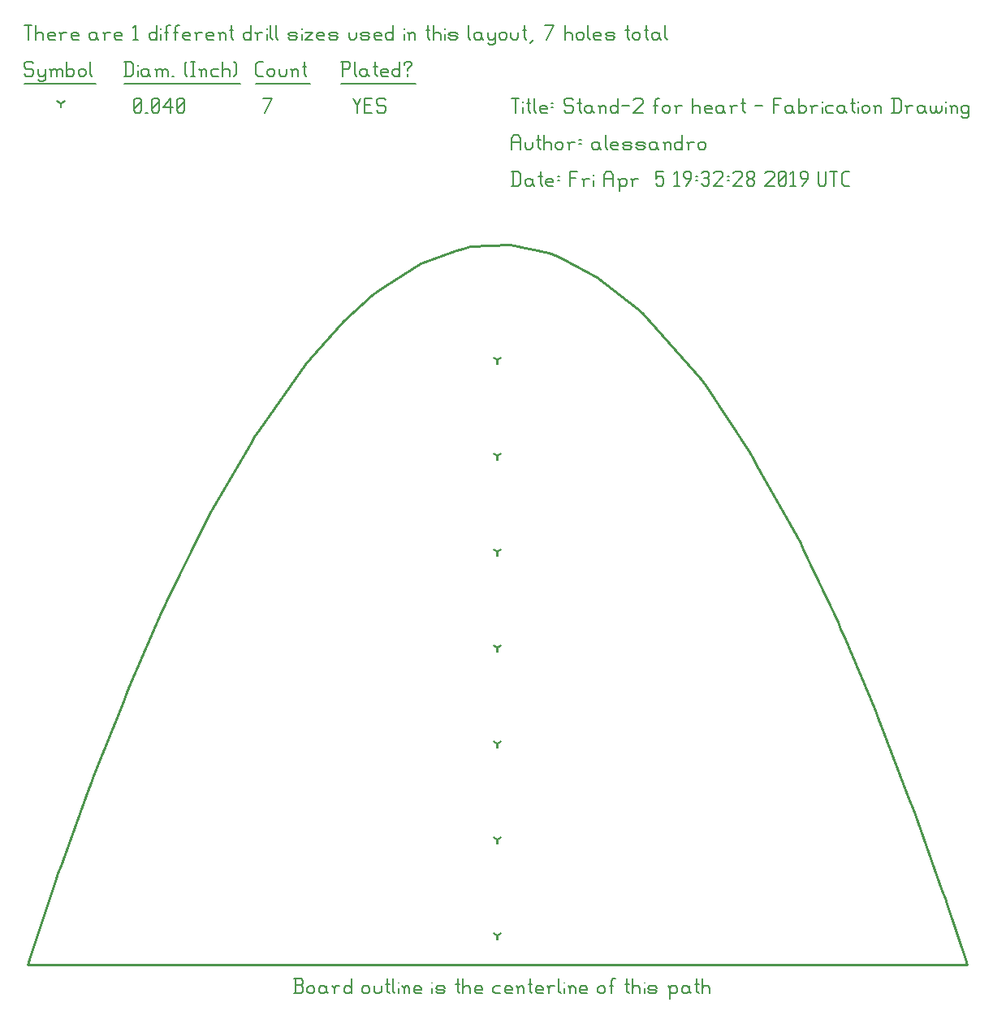
<source format=gbr>
G04 start of page 8 for group -3984 idx -3984 *
G04 Title: Stand-2 for heart, fab *
G04 Creator: pcb 4.0.2 *
G04 CreationDate: Fri Apr  5 19:32:28 2019 UTC *
G04 For: alez *
G04 Format: Gerber/RS-274X *
G04 PCB-Dimensions (mil): 3937.01 2992.13 *
G04 PCB-Coordinate-Origin: lower left *
%MOIN*%
%FSLAX25Y25*%
%LNFAB*%
%ADD26C,0.0100*%
%ADD25C,0.0075*%
%ADD24C,0.0060*%
%ADD23C,0.0001*%
%ADD22R,0.0080X0.0080*%
G54D22*X194092Y250415D02*Y248815D01*
G54D23*G36*
X193546Y250562D02*X195626Y251761D01*
X196025Y251068D01*
X193946Y249869D01*
X193546Y250562D01*
G37*
G36*
X194239Y249869D02*X192159Y251068D01*
X192559Y251761D01*
X194639Y250562D01*
X194239Y249869D01*
G37*
G54D22*X194092Y211045D02*Y209445D01*
G54D23*G36*
X193546Y211191D02*X195626Y212391D01*
X196025Y211698D01*
X193946Y210499D01*
X193546Y211191D01*
G37*
G36*
X194239Y210499D02*X192159Y211698D01*
X192559Y212391D01*
X194639Y211191D01*
X194239Y210499D01*
G37*
G54D22*X194092Y171675D02*Y170075D01*
G54D23*G36*
X193546Y171821D02*X195626Y173021D01*
X196025Y172328D01*
X193946Y171128D01*
X193546Y171821D01*
G37*
G36*
X194239Y171128D02*X192159Y172328D01*
X192559Y173021D01*
X194639Y171821D01*
X194239Y171128D01*
G37*
G54D22*X194092Y132305D02*Y130705D01*
G54D23*G36*
X193546Y132451D02*X195626Y133651D01*
X196025Y132958D01*
X193946Y131758D01*
X193546Y132451D01*
G37*
G36*
X194239Y131758D02*X192159Y132958D01*
X192559Y133651D01*
X194639Y132451D01*
X194239Y131758D01*
G37*
G54D22*X194092Y92935D02*Y91335D01*
G54D23*G36*
X193546Y93081D02*X195626Y94281D01*
X196025Y93588D01*
X193946Y92388D01*
X193546Y93081D01*
G37*
G36*
X194239Y92388D02*X192159Y93588D01*
X192559Y94281D01*
X194639Y93081D01*
X194239Y92388D01*
G37*
G54D22*X194092Y53565D02*Y51965D01*
G54D23*G36*
X193546Y53711D02*X195626Y54911D01*
X196025Y54218D01*
X193946Y53018D01*
X193546Y53711D01*
G37*
G36*
X194239Y53018D02*X192159Y54218D01*
X192559Y54911D01*
X194639Y53711D01*
X194239Y53018D01*
G37*
G54D22*X194092Y14194D02*Y12594D01*
G54D23*G36*
X193546Y14341D02*X195626Y15541D01*
X196025Y14848D01*
X193946Y13648D01*
X193546Y14341D01*
G37*
G36*
X194239Y13648D02*X192159Y14848D01*
X192559Y15541D01*
X194639Y14341D01*
X194239Y13648D01*
G37*
G54D22*X15000Y355463D02*Y353863D01*
G54D23*G36*
X14454Y355609D02*X16533Y356809D01*
X16933Y356116D01*
X14853Y354916D01*
X14454Y355609D01*
G37*
G36*
X15147Y354916D02*X13067Y356116D01*
X13467Y356809D01*
X15546Y355609D01*
X15147Y354916D01*
G37*
G54D24*X135000Y357713D02*X136500Y354713D01*
X138000Y357713D01*
X136500Y354713D02*Y351713D01*
X139800Y355013D02*X142050D01*
X139800Y351713D02*X142800D01*
X139800Y357713D02*Y351713D01*
Y357713D02*X142800D01*
X147600D02*X148350Y356963D01*
X145350Y357713D02*X147600D01*
X144600Y356963D02*X145350Y357713D01*
X144600Y356963D02*Y355463D01*
X145350Y354713D01*
X147600D01*
X148350Y353963D01*
Y352463D01*
X147600Y351713D02*X148350Y352463D01*
X145350Y351713D02*X147600D01*
X144600Y352463D02*X145350Y351713D01*
X98750D02*X101750Y357713D01*
X98000D02*X101750D01*
X45000Y352463D02*X45750Y351713D01*
X45000Y356963D02*Y352463D01*
Y356963D02*X45750Y357713D01*
X47250D01*
X48000Y356963D01*
Y352463D01*
X47250Y351713D02*X48000Y352463D01*
X45750Y351713D02*X47250D01*
X45000Y353213D02*X48000Y356213D01*
X49800Y351713D02*X50550D01*
X52350Y352463D02*X53100Y351713D01*
X52350Y356963D02*Y352463D01*
Y356963D02*X53100Y357713D01*
X54600D01*
X55350Y356963D01*
Y352463D01*
X54600Y351713D02*X55350Y352463D01*
X53100Y351713D02*X54600D01*
X52350Y353213D02*X55350Y356213D01*
X57150Y353963D02*X60150Y357713D01*
X57150Y353963D02*X60900D01*
X60150Y357713D02*Y351713D01*
X62700Y352463D02*X63450Y351713D01*
X62700Y356963D02*Y352463D01*
Y356963D02*X63450Y357713D01*
X64950D01*
X65700Y356963D01*
Y352463D01*
X64950Y351713D02*X65700Y352463D01*
X63450Y351713D02*X64950D01*
X62700Y353213D02*X65700Y356213D01*
X3000Y372713D02*X3750Y371963D01*
X750Y372713D02*X3000D01*
X0Y371963D02*X750Y372713D01*
X0Y371963D02*Y370463D01*
X750Y369713D01*
X3000D01*
X3750Y368963D01*
Y367463D01*
X3000Y366713D02*X3750Y367463D01*
X750Y366713D02*X3000D01*
X0Y367463D02*X750Y366713D01*
X5550Y369713D02*Y367463D01*
X6300Y366713D01*
X8550Y369713D02*Y365213D01*
X7800Y364463D02*X8550Y365213D01*
X6300Y364463D02*X7800D01*
X5550Y365213D02*X6300Y364463D01*
Y366713D02*X7800D01*
X8550Y367463D01*
X11100Y368963D02*Y366713D01*
Y368963D02*X11850Y369713D01*
X12600D01*
X13350Y368963D01*
Y366713D01*
Y368963D02*X14100Y369713D01*
X14850D01*
X15600Y368963D01*
Y366713D01*
X10350Y369713D02*X11100Y368963D01*
X17400Y372713D02*Y366713D01*
Y367463D02*X18150Y366713D01*
X19650D01*
X20400Y367463D01*
Y368963D02*Y367463D01*
X19650Y369713D02*X20400Y368963D01*
X18150Y369713D02*X19650D01*
X17400Y368963D02*X18150Y369713D01*
X22200Y368963D02*Y367463D01*
Y368963D02*X22950Y369713D01*
X24450D01*
X25200Y368963D01*
Y367463D01*
X24450Y366713D02*X25200Y367463D01*
X22950Y366713D02*X24450D01*
X22200Y367463D02*X22950Y366713D01*
X27000Y372713D02*Y367463D01*
X27750Y366713D01*
X0Y363463D02*X29250D01*
X41750Y372713D02*Y366713D01*
X43700Y372713D02*X44750Y371663D01*
Y367763D01*
X43700Y366713D02*X44750Y367763D01*
X41000Y366713D02*X43700D01*
X41000Y372713D02*X43700D01*
G54D25*X46550Y371213D02*Y371063D01*
G54D24*Y368963D02*Y366713D01*
X50300Y369713D02*X51050Y368963D01*
X48800Y369713D02*X50300D01*
X48050Y368963D02*X48800Y369713D01*
X48050Y368963D02*Y367463D01*
X48800Y366713D01*
X51050Y369713D02*Y367463D01*
X51800Y366713D01*
X48800D02*X50300D01*
X51050Y367463D01*
X54350Y368963D02*Y366713D01*
Y368963D02*X55100Y369713D01*
X55850D01*
X56600Y368963D01*
Y366713D01*
Y368963D02*X57350Y369713D01*
X58100D01*
X58850Y368963D01*
Y366713D01*
X53600Y369713D02*X54350Y368963D01*
X60650Y366713D02*X61400D01*
X65900Y367463D02*X66650Y366713D01*
X65900Y371963D02*X66650Y372713D01*
X65900Y371963D02*Y367463D01*
X68450Y372713D02*X69950D01*
X69200D02*Y366713D01*
X68450D02*X69950D01*
X72500Y368963D02*Y366713D01*
Y368963D02*X73250Y369713D01*
X74000D01*
X74750Y368963D01*
Y366713D01*
X71750Y369713D02*X72500Y368963D01*
X77300Y369713D02*X79550D01*
X76550Y368963D02*X77300Y369713D01*
X76550Y368963D02*Y367463D01*
X77300Y366713D01*
X79550D01*
X81350Y372713D02*Y366713D01*
Y368963D02*X82100Y369713D01*
X83600D01*
X84350Y368963D01*
Y366713D01*
X86150Y372713D02*X86900Y371963D01*
Y367463D01*
X86150Y366713D02*X86900Y367463D01*
X41000Y363463D02*X88700D01*
X96050Y366713D02*X98000D01*
X95000Y367763D02*X96050Y366713D01*
X95000Y371663D02*Y367763D01*
Y371663D02*X96050Y372713D01*
X98000D01*
X99800Y368963D02*Y367463D01*
Y368963D02*X100550Y369713D01*
X102050D01*
X102800Y368963D01*
Y367463D01*
X102050Y366713D02*X102800Y367463D01*
X100550Y366713D02*X102050D01*
X99800Y367463D02*X100550Y366713D01*
X104600Y369713D02*Y367463D01*
X105350Y366713D01*
X106850D01*
X107600Y367463D01*
Y369713D02*Y367463D01*
X110150Y368963D02*Y366713D01*
Y368963D02*X110900Y369713D01*
X111650D01*
X112400Y368963D01*
Y366713D01*
X109400Y369713D02*X110150Y368963D01*
X114950Y372713D02*Y367463D01*
X115700Y366713D01*
X114200Y370463D02*X115700D01*
X95000Y363463D02*X117200D01*
X130750Y372713D02*Y366713D01*
X130000Y372713D02*X133000D01*
X133750Y371963D01*
Y370463D01*
X133000Y369713D02*X133750Y370463D01*
X130750Y369713D02*X133000D01*
X135550Y372713D02*Y367463D01*
X136300Y366713D01*
X140050Y369713D02*X140800Y368963D01*
X138550Y369713D02*X140050D01*
X137800Y368963D02*X138550Y369713D01*
X137800Y368963D02*Y367463D01*
X138550Y366713D01*
X140800Y369713D02*Y367463D01*
X141550Y366713D01*
X138550D02*X140050D01*
X140800Y367463D01*
X144100Y372713D02*Y367463D01*
X144850Y366713D01*
X143350Y370463D02*X144850D01*
X147100Y366713D02*X149350D01*
X146350Y367463D02*X147100Y366713D01*
X146350Y368963D02*Y367463D01*
Y368963D02*X147100Y369713D01*
X148600D01*
X149350Y368963D01*
X146350Y368213D02*X149350D01*
Y368963D02*Y368213D01*
X154150Y372713D02*Y366713D01*
X153400D02*X154150Y367463D01*
X151900Y366713D02*X153400D01*
X151150Y367463D02*X151900Y366713D01*
X151150Y368963D02*Y367463D01*
Y368963D02*X151900Y369713D01*
X153400D01*
X154150Y368963D01*
X157450Y369713D02*Y368963D01*
Y367463D02*Y366713D01*
X155950Y371963D02*Y371213D01*
Y371963D02*X156700Y372713D01*
X158200D01*
X158950Y371963D01*
Y371213D01*
X157450Y369713D02*X158950Y371213D01*
X130000Y363463D02*X160750D01*
X0Y387713D02*X3000D01*
X1500D02*Y381713D01*
X4800Y387713D02*Y381713D01*
Y383963D02*X5550Y384713D01*
X7050D01*
X7800Y383963D01*
Y381713D01*
X10350D02*X12600D01*
X9600Y382463D02*X10350Y381713D01*
X9600Y383963D02*Y382463D01*
Y383963D02*X10350Y384713D01*
X11850D01*
X12600Y383963D01*
X9600Y383213D02*X12600D01*
Y383963D02*Y383213D01*
X15150Y383963D02*Y381713D01*
Y383963D02*X15900Y384713D01*
X17400D01*
X14400D02*X15150Y383963D01*
X19950Y381713D02*X22200D01*
X19200Y382463D02*X19950Y381713D01*
X19200Y383963D02*Y382463D01*
Y383963D02*X19950Y384713D01*
X21450D01*
X22200Y383963D01*
X19200Y383213D02*X22200D01*
Y383963D02*Y383213D01*
X28950Y384713D02*X29700Y383963D01*
X27450Y384713D02*X28950D01*
X26700Y383963D02*X27450Y384713D01*
X26700Y383963D02*Y382463D01*
X27450Y381713D01*
X29700Y384713D02*Y382463D01*
X30450Y381713D01*
X27450D02*X28950D01*
X29700Y382463D01*
X33000Y383963D02*Y381713D01*
Y383963D02*X33750Y384713D01*
X35250D01*
X32250D02*X33000Y383963D01*
X37800Y381713D02*X40050D01*
X37050Y382463D02*X37800Y381713D01*
X37050Y383963D02*Y382463D01*
Y383963D02*X37800Y384713D01*
X39300D01*
X40050Y383963D01*
X37050Y383213D02*X40050D01*
Y383963D02*Y383213D01*
X44550Y386513D02*X45750Y387713D01*
Y381713D01*
X44550D02*X46800D01*
X54300Y387713D02*Y381713D01*
X53550D02*X54300Y382463D01*
X52050Y381713D02*X53550D01*
X51300Y382463D02*X52050Y381713D01*
X51300Y383963D02*Y382463D01*
Y383963D02*X52050Y384713D01*
X53550D01*
X54300Y383963D01*
G54D25*X56100Y386213D02*Y386063D01*
G54D24*Y383963D02*Y381713D01*
X58350Y386963D02*Y381713D01*
Y386963D02*X59100Y387713D01*
X59850D01*
X57600Y384713D02*X59100D01*
X62100Y386963D02*Y381713D01*
Y386963D02*X62850Y387713D01*
X63600D01*
X61350Y384713D02*X62850D01*
X65850Y381713D02*X68100D01*
X65100Y382463D02*X65850Y381713D01*
X65100Y383963D02*Y382463D01*
Y383963D02*X65850Y384713D01*
X67350D01*
X68100Y383963D01*
X65100Y383213D02*X68100D01*
Y383963D02*Y383213D01*
X70650Y383963D02*Y381713D01*
Y383963D02*X71400Y384713D01*
X72900D01*
X69900D02*X70650Y383963D01*
X75450Y381713D02*X77700D01*
X74700Y382463D02*X75450Y381713D01*
X74700Y383963D02*Y382463D01*
Y383963D02*X75450Y384713D01*
X76950D01*
X77700Y383963D01*
X74700Y383213D02*X77700D01*
Y383963D02*Y383213D01*
X80250Y383963D02*Y381713D01*
Y383963D02*X81000Y384713D01*
X81750D01*
X82500Y383963D01*
Y381713D01*
X79500Y384713D02*X80250Y383963D01*
X85050Y387713D02*Y382463D01*
X85800Y381713D01*
X84300Y385463D02*X85800D01*
X93000Y387713D02*Y381713D01*
X92250D02*X93000Y382463D01*
X90750Y381713D02*X92250D01*
X90000Y382463D02*X90750Y381713D01*
X90000Y383963D02*Y382463D01*
Y383963D02*X90750Y384713D01*
X92250D01*
X93000Y383963D01*
X95550D02*Y381713D01*
Y383963D02*X96300Y384713D01*
X97800D01*
X94800D02*X95550Y383963D01*
G54D25*X99600Y386213D02*Y386063D01*
G54D24*Y383963D02*Y381713D01*
X101100Y387713D02*Y382463D01*
X101850Y381713D01*
X103350Y387713D02*Y382463D01*
X104100Y381713D01*
X109050D02*X111300D01*
X112050Y382463D01*
X111300Y383213D02*X112050Y382463D01*
X109050Y383213D02*X111300D01*
X108300Y383963D02*X109050Y383213D01*
X108300Y383963D02*X109050Y384713D01*
X111300D01*
X112050Y383963D01*
X108300Y382463D02*X109050Y381713D01*
G54D25*X113850Y386213D02*Y386063D01*
G54D24*Y383963D02*Y381713D01*
X115350Y384713D02*X118350D01*
X115350Y381713D02*X118350Y384713D01*
X115350Y381713D02*X118350D01*
X120900D02*X123150D01*
X120150Y382463D02*X120900Y381713D01*
X120150Y383963D02*Y382463D01*
Y383963D02*X120900Y384713D01*
X122400D01*
X123150Y383963D01*
X120150Y383213D02*X123150D01*
Y383963D02*Y383213D01*
X125700Y381713D02*X127950D01*
X128700Y382463D01*
X127950Y383213D02*X128700Y382463D01*
X125700Y383213D02*X127950D01*
X124950Y383963D02*X125700Y383213D01*
X124950Y383963D02*X125700Y384713D01*
X127950D01*
X128700Y383963D01*
X124950Y382463D02*X125700Y381713D01*
X133200Y384713D02*Y382463D01*
X133950Y381713D01*
X135450D01*
X136200Y382463D01*
Y384713D02*Y382463D01*
X138750Y381713D02*X141000D01*
X141750Y382463D01*
X141000Y383213D02*X141750Y382463D01*
X138750Y383213D02*X141000D01*
X138000Y383963D02*X138750Y383213D01*
X138000Y383963D02*X138750Y384713D01*
X141000D01*
X141750Y383963D01*
X138000Y382463D02*X138750Y381713D01*
X144300D02*X146550D01*
X143550Y382463D02*X144300Y381713D01*
X143550Y383963D02*Y382463D01*
Y383963D02*X144300Y384713D01*
X145800D01*
X146550Y383963D01*
X143550Y383213D02*X146550D01*
Y383963D02*Y383213D01*
X151350Y387713D02*Y381713D01*
X150600D02*X151350Y382463D01*
X149100Y381713D02*X150600D01*
X148350Y382463D02*X149100Y381713D01*
X148350Y383963D02*Y382463D01*
Y383963D02*X149100Y384713D01*
X150600D01*
X151350Y383963D01*
G54D25*X155850Y386213D02*Y386063D01*
G54D24*Y383963D02*Y381713D01*
X158100Y383963D02*Y381713D01*
Y383963D02*X158850Y384713D01*
X159600D01*
X160350Y383963D01*
Y381713D01*
X157350Y384713D02*X158100Y383963D01*
X165600Y387713D02*Y382463D01*
X166350Y381713D01*
X164850Y385463D02*X166350D01*
X167850Y387713D02*Y381713D01*
Y383963D02*X168600Y384713D01*
X170100D01*
X170850Y383963D01*
Y381713D01*
G54D25*X172650Y386213D02*Y386063D01*
G54D24*Y383963D02*Y381713D01*
X174900D02*X177150D01*
X177900Y382463D01*
X177150Y383213D02*X177900Y382463D01*
X174900Y383213D02*X177150D01*
X174150Y383963D02*X174900Y383213D01*
X174150Y383963D02*X174900Y384713D01*
X177150D01*
X177900Y383963D01*
X174150Y382463D02*X174900Y381713D01*
X182400Y387713D02*Y382463D01*
X183150Y381713D01*
X186900Y384713D02*X187650Y383963D01*
X185400Y384713D02*X186900D01*
X184650Y383963D02*X185400Y384713D01*
X184650Y383963D02*Y382463D01*
X185400Y381713D01*
X187650Y384713D02*Y382463D01*
X188400Y381713D01*
X185400D02*X186900D01*
X187650Y382463D01*
X190200Y384713D02*Y382463D01*
X190950Y381713D01*
X193200Y384713D02*Y380213D01*
X192450Y379463D02*X193200Y380213D01*
X190950Y379463D02*X192450D01*
X190200Y380213D02*X190950Y379463D01*
Y381713D02*X192450D01*
X193200Y382463D01*
X195000Y383963D02*Y382463D01*
Y383963D02*X195750Y384713D01*
X197250D01*
X198000Y383963D01*
Y382463D01*
X197250Y381713D02*X198000Y382463D01*
X195750Y381713D02*X197250D01*
X195000Y382463D02*X195750Y381713D01*
X199800Y384713D02*Y382463D01*
X200550Y381713D01*
X202050D01*
X202800Y382463D01*
Y384713D02*Y382463D01*
X205350Y387713D02*Y382463D01*
X206100Y381713D01*
X204600Y385463D02*X206100D01*
X207600Y380213D02*X209100Y381713D01*
X214350D02*X217350Y387713D01*
X213600D02*X217350D01*
X221850D02*Y381713D01*
Y383963D02*X222600Y384713D01*
X224100D01*
X224850Y383963D01*
Y381713D01*
X226650Y383963D02*Y382463D01*
Y383963D02*X227400Y384713D01*
X228900D01*
X229650Y383963D01*
Y382463D01*
X228900Y381713D02*X229650Y382463D01*
X227400Y381713D02*X228900D01*
X226650Y382463D02*X227400Y381713D01*
X231450Y387713D02*Y382463D01*
X232200Y381713D01*
X234450D02*X236700D01*
X233700Y382463D02*X234450Y381713D01*
X233700Y383963D02*Y382463D01*
Y383963D02*X234450Y384713D01*
X235950D01*
X236700Y383963D01*
X233700Y383213D02*X236700D01*
Y383963D02*Y383213D01*
X239250Y381713D02*X241500D01*
X242250Y382463D01*
X241500Y383213D02*X242250Y382463D01*
X239250Y383213D02*X241500D01*
X238500Y383963D02*X239250Y383213D01*
X238500Y383963D02*X239250Y384713D01*
X241500D01*
X242250Y383963D01*
X238500Y382463D02*X239250Y381713D01*
X247500Y387713D02*Y382463D01*
X248250Y381713D01*
X246750Y385463D02*X248250D01*
X249750Y383963D02*Y382463D01*
Y383963D02*X250500Y384713D01*
X252000D01*
X252750Y383963D01*
Y382463D01*
X252000Y381713D02*X252750Y382463D01*
X250500Y381713D02*X252000D01*
X249750Y382463D02*X250500Y381713D01*
X255300Y387713D02*Y382463D01*
X256050Y381713D01*
X254550Y385463D02*X256050D01*
X259800Y384713D02*X260550Y383963D01*
X258300Y384713D02*X259800D01*
X257550Y383963D02*X258300Y384713D01*
X257550Y383963D02*Y382463D01*
X258300Y381713D01*
X260550Y384713D02*Y382463D01*
X261300Y381713D01*
X258300D02*X259800D01*
X260550Y382463D01*
X263100Y387713D02*Y382463D01*
X263850Y381713D01*
G54D26*X1179Y2383D02*X387006D01*
X1179D02*X2360Y5533D01*
X12596Y36635D01*
X13777Y39785D01*
X14959Y42935D01*
X25982Y73644D01*
X27163Y76793D01*
X28344Y79943D01*
X40549Y110257D01*
X41730Y113407D01*
X42911Y116557D01*
X55903Y146478D01*
X57478Y149233D01*
X58659Y152383D01*
X73226Y181911D01*
X74801Y184667D01*
X76376Y187817D01*
X92911Y216163D01*
X94486Y218919D01*
X96455Y221675D01*
X115352Y248447D01*
X117321Y250809D01*
X119683Y253565D01*
X131100Y266163D01*
X142518Y276793D01*
X144880Y278762D01*
X148029Y280730D01*
X162596Y289785D01*
X177163Y295297D01*
X179919Y296085D01*
X183069Y296872D01*
X199210Y297659D01*
X215352Y294116D01*
X218502Y292935D01*
X221258Y291754D01*
X235037Y284274D01*
X248423Y274037D01*
X251179Y271675D01*
X253541Y269707D01*
X275195Y245297D01*
X277557Y242541D01*
X279525Y239785D01*
X297636Y212620D01*
X299210Y209470D01*
X300785Y207108D01*
X316927Y178368D01*
X318502Y175218D01*
X319683Y172463D01*
X333856Y142935D01*
X335037Y139785D01*
X336612Y136635D01*
X349210Y106714D01*
X350392Y103565D01*
X351573Y100415D01*
X363384Y69707D01*
X364565Y66557D01*
X365746Y63801D01*
X376770Y32698D01*
X377951Y29548D01*
X378738Y27187D01*
X386218Y4746D01*
X387006Y2383D01*
G54D24*X110525Y-9500D02*X113525D01*
X114275Y-8750D01*
Y-6950D02*Y-8750D01*
X113525Y-6200D02*X114275Y-6950D01*
X111275Y-6200D02*X113525D01*
X111275Y-3500D02*Y-9500D01*
X110525Y-3500D02*X113525D01*
X114275Y-4250D01*
Y-5450D01*
X113525Y-6200D02*X114275Y-5450D01*
X116075Y-7250D02*Y-8750D01*
Y-7250D02*X116825Y-6500D01*
X118325D01*
X119075Y-7250D01*
Y-8750D01*
X118325Y-9500D02*X119075Y-8750D01*
X116825Y-9500D02*X118325D01*
X116075Y-8750D02*X116825Y-9500D01*
X123125Y-6500D02*X123875Y-7250D01*
X121625Y-6500D02*X123125D01*
X120875Y-7250D02*X121625Y-6500D01*
X120875Y-7250D02*Y-8750D01*
X121625Y-9500D01*
X123875Y-6500D02*Y-8750D01*
X124625Y-9500D01*
X121625D02*X123125D01*
X123875Y-8750D01*
X127175Y-7250D02*Y-9500D01*
Y-7250D02*X127925Y-6500D01*
X129425D01*
X126425D02*X127175Y-7250D01*
X134225Y-3500D02*Y-9500D01*
X133475D02*X134225Y-8750D01*
X131975Y-9500D02*X133475D01*
X131225Y-8750D02*X131975Y-9500D01*
X131225Y-7250D02*Y-8750D01*
Y-7250D02*X131975Y-6500D01*
X133475D01*
X134225Y-7250D01*
X138725D02*Y-8750D01*
Y-7250D02*X139475Y-6500D01*
X140975D01*
X141725Y-7250D01*
Y-8750D01*
X140975Y-9500D02*X141725Y-8750D01*
X139475Y-9500D02*X140975D01*
X138725Y-8750D02*X139475Y-9500D01*
X143525Y-6500D02*Y-8750D01*
X144275Y-9500D01*
X145775D01*
X146525Y-8750D01*
Y-6500D02*Y-8750D01*
X149075Y-3500D02*Y-8750D01*
X149825Y-9500D01*
X148325Y-5750D02*X149825D01*
X151325Y-3500D02*Y-8750D01*
X152075Y-9500D01*
G54D25*X153575Y-5000D02*Y-5150D01*
G54D24*Y-7250D02*Y-9500D01*
X155825Y-7250D02*Y-9500D01*
Y-7250D02*X156575Y-6500D01*
X157325D01*
X158075Y-7250D01*
Y-9500D01*
X155075Y-6500D02*X155825Y-7250D01*
X160625Y-9500D02*X162875D01*
X159875Y-8750D02*X160625Y-9500D01*
X159875Y-7250D02*Y-8750D01*
Y-7250D02*X160625Y-6500D01*
X162125D01*
X162875Y-7250D01*
X159875Y-8000D02*X162875D01*
Y-7250D02*Y-8000D01*
G54D25*X167375Y-5000D02*Y-5150D01*
G54D24*Y-7250D02*Y-9500D01*
X169625D02*X171875D01*
X172625Y-8750D01*
X171875Y-8000D02*X172625Y-8750D01*
X169625Y-8000D02*X171875D01*
X168875Y-7250D02*X169625Y-8000D01*
X168875Y-7250D02*X169625Y-6500D01*
X171875D01*
X172625Y-7250D01*
X168875Y-8750D02*X169625Y-9500D01*
X177875Y-3500D02*Y-8750D01*
X178625Y-9500D01*
X177125Y-5750D02*X178625D01*
X180125Y-3500D02*Y-9500D01*
Y-7250D02*X180875Y-6500D01*
X182375D01*
X183125Y-7250D01*
Y-9500D01*
X185675D02*X187925D01*
X184925Y-8750D02*X185675Y-9500D01*
X184925Y-7250D02*Y-8750D01*
Y-7250D02*X185675Y-6500D01*
X187175D01*
X187925Y-7250D01*
X184925Y-8000D02*X187925D01*
Y-7250D02*Y-8000D01*
X193175Y-6500D02*X195425D01*
X192425Y-7250D02*X193175Y-6500D01*
X192425Y-7250D02*Y-8750D01*
X193175Y-9500D01*
X195425D01*
X197975D02*X200225D01*
X197225Y-8750D02*X197975Y-9500D01*
X197225Y-7250D02*Y-8750D01*
Y-7250D02*X197975Y-6500D01*
X199475D01*
X200225Y-7250D01*
X197225Y-8000D02*X200225D01*
Y-7250D02*Y-8000D01*
X202775Y-7250D02*Y-9500D01*
Y-7250D02*X203525Y-6500D01*
X204275D01*
X205025Y-7250D01*
Y-9500D01*
X202025Y-6500D02*X202775Y-7250D01*
X207575Y-3500D02*Y-8750D01*
X208325Y-9500D01*
X206825Y-5750D02*X208325D01*
X210575Y-9500D02*X212825D01*
X209825Y-8750D02*X210575Y-9500D01*
X209825Y-7250D02*Y-8750D01*
Y-7250D02*X210575Y-6500D01*
X212075D01*
X212825Y-7250D01*
X209825Y-8000D02*X212825D01*
Y-7250D02*Y-8000D01*
X215375Y-7250D02*Y-9500D01*
Y-7250D02*X216125Y-6500D01*
X217625D01*
X214625D02*X215375Y-7250D01*
X219425Y-3500D02*Y-8750D01*
X220175Y-9500D01*
G54D25*X221675Y-5000D02*Y-5150D01*
G54D24*Y-7250D02*Y-9500D01*
X223925Y-7250D02*Y-9500D01*
Y-7250D02*X224675Y-6500D01*
X225425D01*
X226175Y-7250D01*
Y-9500D01*
X223175Y-6500D02*X223925Y-7250D01*
X228725Y-9500D02*X230975D01*
X227975Y-8750D02*X228725Y-9500D01*
X227975Y-7250D02*Y-8750D01*
Y-7250D02*X228725Y-6500D01*
X230225D01*
X230975Y-7250D01*
X227975Y-8000D02*X230975D01*
Y-7250D02*Y-8000D01*
X235475Y-7250D02*Y-8750D01*
Y-7250D02*X236225Y-6500D01*
X237725D01*
X238475Y-7250D01*
Y-8750D01*
X237725Y-9500D02*X238475Y-8750D01*
X236225Y-9500D02*X237725D01*
X235475Y-8750D02*X236225Y-9500D01*
X241025Y-4250D02*Y-9500D01*
Y-4250D02*X241775Y-3500D01*
X242525D01*
X240275Y-6500D02*X241775D01*
X247475Y-3500D02*Y-8750D01*
X248225Y-9500D01*
X246725Y-5750D02*X248225D01*
X249725Y-3500D02*Y-9500D01*
Y-7250D02*X250475Y-6500D01*
X251975D01*
X252725Y-7250D01*
Y-9500D01*
G54D25*X254525Y-5000D02*Y-5150D01*
G54D24*Y-7250D02*Y-9500D01*
X256775D02*X259025D01*
X259775Y-8750D01*
X259025Y-8000D02*X259775Y-8750D01*
X256775Y-8000D02*X259025D01*
X256025Y-7250D02*X256775Y-8000D01*
X256025Y-7250D02*X256775Y-6500D01*
X259025D01*
X259775Y-7250D01*
X256025Y-8750D02*X256775Y-9500D01*
X265025Y-7250D02*Y-11750D01*
X264275Y-6500D02*X265025Y-7250D01*
X265775Y-6500D01*
X267275D01*
X268025Y-7250D01*
Y-8750D01*
X267275Y-9500D02*X268025Y-8750D01*
X265775Y-9500D02*X267275D01*
X265025Y-8750D02*X265775Y-9500D01*
X272075Y-6500D02*X272825Y-7250D01*
X270575Y-6500D02*X272075D01*
X269825Y-7250D02*X270575Y-6500D01*
X269825Y-7250D02*Y-8750D01*
X270575Y-9500D01*
X272825Y-6500D02*Y-8750D01*
X273575Y-9500D01*
X270575D02*X272075D01*
X272825Y-8750D01*
X276125Y-3500D02*Y-8750D01*
X276875Y-9500D01*
X275375Y-5750D02*X276875D01*
X278376Y-3500D02*Y-9500D01*
Y-7250D02*X279126Y-6500D01*
X280626D01*
X281376Y-7250D01*
Y-9500D01*
X200750Y327713D02*Y321713D01*
X202700Y327713D02*X203750Y326663D01*
Y322763D01*
X202700Y321713D02*X203750Y322763D01*
X200000Y321713D02*X202700D01*
X200000Y327713D02*X202700D01*
X207800Y324713D02*X208550Y323963D01*
X206300Y324713D02*X207800D01*
X205550Y323963D02*X206300Y324713D01*
X205550Y323963D02*Y322463D01*
X206300Y321713D01*
X208550Y324713D02*Y322463D01*
X209300Y321713D01*
X206300D02*X207800D01*
X208550Y322463D01*
X211850Y327713D02*Y322463D01*
X212600Y321713D01*
X211100Y325463D02*X212600D01*
X214850Y321713D02*X217100D01*
X214100Y322463D02*X214850Y321713D01*
X214100Y323963D02*Y322463D01*
Y323963D02*X214850Y324713D01*
X216350D01*
X217100Y323963D01*
X214100Y323213D02*X217100D01*
Y323963D02*Y323213D01*
X218900Y325463D02*X219650D01*
X218900Y323963D02*X219650D01*
X224150Y327713D02*Y321713D01*
Y327713D02*X227150D01*
X224150Y325013D02*X226400D01*
X229700Y323963D02*Y321713D01*
Y323963D02*X230450Y324713D01*
X231950D01*
X228950D02*X229700Y323963D01*
G54D25*X233750Y326213D02*Y326063D01*
G54D24*Y323963D02*Y321713D01*
X237950Y326213D02*Y321713D01*
Y326213D02*X239000Y327713D01*
X240650D01*
X241700Y326213D01*
Y321713D01*
X237950Y324713D02*X241700D01*
X244250Y323963D02*Y319463D01*
X243500Y324713D02*X244250Y323963D01*
X245000Y324713D01*
X246500D01*
X247250Y323963D01*
Y322463D01*
X246500Y321713D02*X247250Y322463D01*
X245000Y321713D02*X246500D01*
X244250Y322463D02*X245000Y321713D01*
X249800Y323963D02*Y321713D01*
Y323963D02*X250550Y324713D01*
X252050D01*
X249050D02*X249800Y323963D01*
X259250Y327713D02*X262250D01*
X259250D02*Y324713D01*
X260000Y325463D01*
X261500D01*
X262250Y324713D01*
Y322463D01*
X261500Y321713D02*X262250Y322463D01*
X260000Y321713D02*X261500D01*
X259250Y322463D02*X260000Y321713D01*
X266750Y326513D02*X267950Y327713D01*
Y321713D01*
X266750D02*X269000D01*
X271550D02*X273800Y324713D01*
Y326963D02*Y324713D01*
X273050Y327713D02*X273800Y326963D01*
X271550Y327713D02*X273050D01*
X270800Y326963D02*X271550Y327713D01*
X270800Y326963D02*Y325463D01*
X271550Y324713D01*
X273800D01*
X275600Y325463D02*X276350D01*
X275600Y323963D02*X276350D01*
X278150Y326963D02*X278900Y327713D01*
X280400D01*
X281150Y326963D01*
X280400Y321713D02*X281150Y322463D01*
X278900Y321713D02*X280400D01*
X278150Y322463D02*X278900Y321713D01*
Y325013D02*X280400D01*
X281150Y326963D02*Y325763D01*
Y324263D02*Y322463D01*
Y324263D02*X280400Y325013D01*
X281150Y325763D02*X280400Y325013D01*
X282950Y326963D02*X283700Y327713D01*
X285950D01*
X286700Y326963D01*
Y325463D01*
X282950Y321713D02*X286700Y325463D01*
X282950Y321713D02*X286700D01*
X288500Y325463D02*X289250D01*
X288500Y323963D02*X289250D01*
X291050Y326963D02*X291800Y327713D01*
X294050D01*
X294800Y326963D01*
Y325463D01*
X291050Y321713D02*X294800Y325463D01*
X291050Y321713D02*X294800D01*
X296600Y322463D02*X297350Y321713D01*
X296600Y323663D02*Y322463D01*
Y323663D02*X297650Y324713D01*
X298550D01*
X299600Y323663D01*
Y322463D01*
X298850Y321713D02*X299600Y322463D01*
X297350Y321713D02*X298850D01*
X296600Y325763D02*X297650Y324713D01*
X296600Y326963D02*Y325763D01*
Y326963D02*X297350Y327713D01*
X298850D01*
X299600Y326963D01*
Y325763D01*
X298550Y324713D02*X299600Y325763D01*
X304100Y326963D02*X304850Y327713D01*
X307100D01*
X307850Y326963D01*
Y325463D01*
X304100Y321713D02*X307850Y325463D01*
X304100Y321713D02*X307850D01*
X309650Y322463D02*X310400Y321713D01*
X309650Y326963D02*Y322463D01*
Y326963D02*X310400Y327713D01*
X311900D01*
X312650Y326963D01*
Y322463D01*
X311900Y321713D02*X312650Y322463D01*
X310400Y321713D02*X311900D01*
X309650Y323213D02*X312650Y326213D01*
X314450Y326513D02*X315650Y327713D01*
Y321713D01*
X314450D02*X316700D01*
X319250D02*X321500Y324713D01*
Y326963D02*Y324713D01*
X320750Y327713D02*X321500Y326963D01*
X319250Y327713D02*X320750D01*
X318500Y326963D02*X319250Y327713D01*
X318500Y326963D02*Y325463D01*
X319250Y324713D01*
X321500D01*
X326000Y327713D02*Y322463D01*
X326750Y321713D01*
X328250D01*
X329000Y322463D01*
Y327713D02*Y322463D01*
X330800Y327713D02*X333800D01*
X332300D02*Y321713D01*
X336650D02*X338600D01*
X335600Y322763D02*X336650Y321713D01*
X335600Y326663D02*Y322763D01*
Y326663D02*X336650Y327713D01*
X338600D01*
X200000Y341213D02*Y336713D01*
Y341213D02*X201050Y342713D01*
X202700D01*
X203750Y341213D01*
Y336713D01*
X200000Y339713D02*X203750D01*
X205550D02*Y337463D01*
X206300Y336713D01*
X207800D01*
X208550Y337463D01*
Y339713D02*Y337463D01*
X211100Y342713D02*Y337463D01*
X211850Y336713D01*
X210350Y340463D02*X211850D01*
X213350Y342713D02*Y336713D01*
Y338963D02*X214100Y339713D01*
X215600D01*
X216350Y338963D01*
Y336713D01*
X218150Y338963D02*Y337463D01*
Y338963D02*X218900Y339713D01*
X220400D01*
X221150Y338963D01*
Y337463D01*
X220400Y336713D02*X221150Y337463D01*
X218900Y336713D02*X220400D01*
X218150Y337463D02*X218900Y336713D01*
X223700Y338963D02*Y336713D01*
Y338963D02*X224450Y339713D01*
X225950D01*
X222950D02*X223700Y338963D01*
X227750Y340463D02*X228500D01*
X227750Y338963D02*X228500D01*
X235250Y339713D02*X236000Y338963D01*
X233750Y339713D02*X235250D01*
X233000Y338963D02*X233750Y339713D01*
X233000Y338963D02*Y337463D01*
X233750Y336713D01*
X236000Y339713D02*Y337463D01*
X236750Y336713D01*
X233750D02*X235250D01*
X236000Y337463D01*
X238550Y342713D02*Y337463D01*
X239300Y336713D01*
X241550D02*X243800D01*
X240800Y337463D02*X241550Y336713D01*
X240800Y338963D02*Y337463D01*
Y338963D02*X241550Y339713D01*
X243050D01*
X243800Y338963D01*
X240800Y338213D02*X243800D01*
Y338963D02*Y338213D01*
X246350Y336713D02*X248600D01*
X249350Y337463D01*
X248600Y338213D02*X249350Y337463D01*
X246350Y338213D02*X248600D01*
X245600Y338963D02*X246350Y338213D01*
X245600Y338963D02*X246350Y339713D01*
X248600D01*
X249350Y338963D01*
X245600Y337463D02*X246350Y336713D01*
X251900D02*X254150D01*
X254900Y337463D01*
X254150Y338213D02*X254900Y337463D01*
X251900Y338213D02*X254150D01*
X251150Y338963D02*X251900Y338213D01*
X251150Y338963D02*X251900Y339713D01*
X254150D01*
X254900Y338963D01*
X251150Y337463D02*X251900Y336713D01*
X258950Y339713D02*X259700Y338963D01*
X257450Y339713D02*X258950D01*
X256700Y338963D02*X257450Y339713D01*
X256700Y338963D02*Y337463D01*
X257450Y336713D01*
X259700Y339713D02*Y337463D01*
X260450Y336713D01*
X257450D02*X258950D01*
X259700Y337463D01*
X263000Y338963D02*Y336713D01*
Y338963D02*X263750Y339713D01*
X264500D01*
X265250Y338963D01*
Y336713D01*
X262250Y339713D02*X263000Y338963D01*
X270050Y342713D02*Y336713D01*
X269300D02*X270050Y337463D01*
X267800Y336713D02*X269300D01*
X267050Y337463D02*X267800Y336713D01*
X267050Y338963D02*Y337463D01*
Y338963D02*X267800Y339713D01*
X269300D01*
X270050Y338963D01*
X272600D02*Y336713D01*
Y338963D02*X273350Y339713D01*
X274850D01*
X271850D02*X272600Y338963D01*
X276650D02*Y337463D01*
Y338963D02*X277400Y339713D01*
X278900D01*
X279650Y338963D01*
Y337463D01*
X278900Y336713D02*X279650Y337463D01*
X277400Y336713D02*X278900D01*
X276650Y337463D02*X277400Y336713D01*
X200000Y357713D02*X203000D01*
X201500D02*Y351713D01*
G54D25*X204800Y356213D02*Y356063D01*
G54D24*Y353963D02*Y351713D01*
X207050Y357713D02*Y352463D01*
X207800Y351713D01*
X206300Y355463D02*X207800D01*
X209300Y357713D02*Y352463D01*
X210050Y351713D01*
X212300D02*X214550D01*
X211550Y352463D02*X212300Y351713D01*
X211550Y353963D02*Y352463D01*
Y353963D02*X212300Y354713D01*
X213800D01*
X214550Y353963D01*
X211550Y353213D02*X214550D01*
Y353963D02*Y353213D01*
X216350Y355463D02*X217100D01*
X216350Y353963D02*X217100D01*
X224600Y357713D02*X225350Y356963D01*
X222350Y357713D02*X224600D01*
X221600Y356963D02*X222350Y357713D01*
X221600Y356963D02*Y355463D01*
X222350Y354713D01*
X224600D01*
X225350Y353963D01*
Y352463D01*
X224600Y351713D02*X225350Y352463D01*
X222350Y351713D02*X224600D01*
X221600Y352463D02*X222350Y351713D01*
X227900Y357713D02*Y352463D01*
X228650Y351713D01*
X227150Y355463D02*X228650D01*
X232400Y354713D02*X233150Y353963D01*
X230900Y354713D02*X232400D01*
X230150Y353963D02*X230900Y354713D01*
X230150Y353963D02*Y352463D01*
X230900Y351713D01*
X233150Y354713D02*Y352463D01*
X233900Y351713D01*
X230900D02*X232400D01*
X233150Y352463D01*
X236450Y353963D02*Y351713D01*
Y353963D02*X237200Y354713D01*
X237950D01*
X238700Y353963D01*
Y351713D01*
X235700Y354713D02*X236450Y353963D01*
X243500Y357713D02*Y351713D01*
X242750D02*X243500Y352463D01*
X241250Y351713D02*X242750D01*
X240500Y352463D02*X241250Y351713D01*
X240500Y353963D02*Y352463D01*
Y353963D02*X241250Y354713D01*
X242750D01*
X243500Y353963D01*
X245300Y354713D02*X248300D01*
X250100Y356963D02*X250850Y357713D01*
X253100D01*
X253850Y356963D01*
Y355463D01*
X250100Y351713D02*X253850Y355463D01*
X250100Y351713D02*X253850D01*
X259100Y356963D02*Y351713D01*
Y356963D02*X259850Y357713D01*
X260600D01*
X258350Y354713D02*X259850D01*
X262100Y353963D02*Y352463D01*
Y353963D02*X262850Y354713D01*
X264350D01*
X265100Y353963D01*
Y352463D01*
X264350Y351713D02*X265100Y352463D01*
X262850Y351713D02*X264350D01*
X262100Y352463D02*X262850Y351713D01*
X267650Y353963D02*Y351713D01*
Y353963D02*X268400Y354713D01*
X269900D01*
X266900D02*X267650Y353963D01*
X274400Y357713D02*Y351713D01*
Y353963D02*X275150Y354713D01*
X276650D01*
X277400Y353963D01*
Y351713D01*
X279950D02*X282200D01*
X279200Y352463D02*X279950Y351713D01*
X279200Y353963D02*Y352463D01*
Y353963D02*X279950Y354713D01*
X281450D01*
X282200Y353963D01*
X279200Y353213D02*X282200D01*
Y353963D02*Y353213D01*
X286250Y354713D02*X287000Y353963D01*
X284750Y354713D02*X286250D01*
X284000Y353963D02*X284750Y354713D01*
X284000Y353963D02*Y352463D01*
X284750Y351713D01*
X287000Y354713D02*Y352463D01*
X287750Y351713D01*
X284750D02*X286250D01*
X287000Y352463D01*
X290300Y353963D02*Y351713D01*
Y353963D02*X291050Y354713D01*
X292550D01*
X289550D02*X290300Y353963D01*
X295100Y357713D02*Y352463D01*
X295850Y351713D01*
X294350Y355463D02*X295850D01*
X300050Y354713D02*X303050D01*
X307550Y357713D02*Y351713D01*
Y357713D02*X310550D01*
X307550Y355013D02*X309800D01*
X314600Y354713D02*X315350Y353963D01*
X313100Y354713D02*X314600D01*
X312350Y353963D02*X313100Y354713D01*
X312350Y353963D02*Y352463D01*
X313100Y351713D01*
X315350Y354713D02*Y352463D01*
X316100Y351713D01*
X313100D02*X314600D01*
X315350Y352463D01*
X317900Y357713D02*Y351713D01*
Y352463D02*X318650Y351713D01*
X320150D01*
X320900Y352463D01*
Y353963D02*Y352463D01*
X320150Y354713D02*X320900Y353963D01*
X318650Y354713D02*X320150D01*
X317900Y353963D02*X318650Y354713D01*
X323450Y353963D02*Y351713D01*
Y353963D02*X324200Y354713D01*
X325700D01*
X322700D02*X323450Y353963D01*
G54D25*X327500Y356213D02*Y356063D01*
G54D24*Y353963D02*Y351713D01*
X329750Y354713D02*X332000D01*
X329000Y353963D02*X329750Y354713D01*
X329000Y353963D02*Y352463D01*
X329750Y351713D01*
X332000D01*
X336050Y354713D02*X336800Y353963D01*
X334550Y354713D02*X336050D01*
X333800Y353963D02*X334550Y354713D01*
X333800Y353963D02*Y352463D01*
X334550Y351713D01*
X336800Y354713D02*Y352463D01*
X337550Y351713D01*
X334550D02*X336050D01*
X336800Y352463D01*
X340100Y357713D02*Y352463D01*
X340850Y351713D01*
X339350Y355463D02*X340850D01*
G54D25*X342350Y356213D02*Y356063D01*
G54D24*Y353963D02*Y351713D01*
X343850Y353963D02*Y352463D01*
Y353963D02*X344600Y354713D01*
X346100D01*
X346850Y353963D01*
Y352463D01*
X346100Y351713D02*X346850Y352463D01*
X344600Y351713D02*X346100D01*
X343850Y352463D02*X344600Y351713D01*
X349400Y353963D02*Y351713D01*
Y353963D02*X350150Y354713D01*
X350900D01*
X351650Y353963D01*
Y351713D01*
X348650Y354713D02*X349400Y353963D01*
X356900Y357713D02*Y351713D01*
X358850Y357713D02*X359900Y356663D01*
Y352763D01*
X358850Y351713D02*X359900Y352763D01*
X356150Y351713D02*X358850D01*
X356150Y357713D02*X358850D01*
X362450Y353963D02*Y351713D01*
Y353963D02*X363200Y354713D01*
X364700D01*
X361700D02*X362450Y353963D01*
X368750Y354713D02*X369500Y353963D01*
X367250Y354713D02*X368750D01*
X366500Y353963D02*X367250Y354713D01*
X366500Y353963D02*Y352463D01*
X367250Y351713D01*
X369500Y354713D02*Y352463D01*
X370250Y351713D01*
X367250D02*X368750D01*
X369500Y352463D01*
X372050Y354713D02*Y352463D01*
X372800Y351713D01*
X373550D01*
X374300Y352463D01*
Y354713D02*Y352463D01*
X375050Y351713D01*
X375800D01*
X376550Y352463D01*
Y354713D02*Y352463D01*
G54D25*X378350Y356213D02*Y356063D01*
G54D24*Y353963D02*Y351713D01*
X380600Y353963D02*Y351713D01*
Y353963D02*X381350Y354713D01*
X382100D01*
X382850Y353963D01*
Y351713D01*
X379850Y354713D02*X380600Y353963D01*
X386900Y354713D02*X387650Y353963D01*
X385400Y354713D02*X386900D01*
X384650Y353963D02*X385400Y354713D01*
X384650Y353963D02*Y352463D01*
X385400Y351713D01*
X386900D01*
X387650Y352463D01*
X384650Y350213D02*X385400Y349463D01*
X386900D01*
X387650Y350213D01*
Y354713D02*Y350213D01*
M02*

</source>
